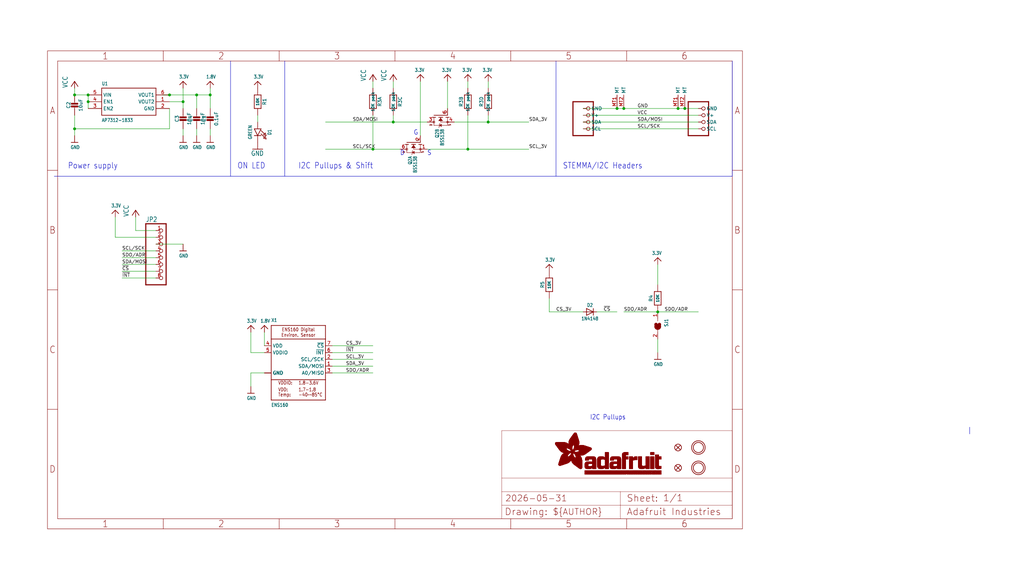
<source format=kicad_sch>
(kicad_sch (version 20230121) (generator eeschema)
  (paper "User" 383.616 217.322)
  (lib_symbols
    (symbol "working-eagle-import:1.8V" (power)
      (property "Value" "1.8V" (at -1.524 1.016 0))
      (symbol "1.8V_1_0"
        (pin power_in line (at 0 -2.54 90) (length 2.54) (name "1.8V") (number "1"))
      )
    )
    (symbol "working-eagle-import:3.3V" (power)
      (property "Value" "3.3V" (at -1.524 1.016 0))
      (symbol "3.3V_1_0"
        (pin power_in line (at 0 -2.54 90) (length 2.54) (name "3.3V") (number "1"))
      )
    )
    (symbol "working-eagle-import:CAP_CERAMIC0603_NO"
      (property "Reference" "C" (at -2.29 1.25 90))
      (symbol "CAP_CERAMIC0603_NO_1_0"
        (pin passive line (at 0 5.08 270) (length 2.54) (name "1") (number "1"))
        (pin passive line (at 0 -2.54 90) (length 2.54) (name "2") (number "2"))
      )
    )
    (symbol "working-eagle-import:CAP_CERAMIC0805-NOOUTLINE"
      (property "Reference" "C" (at -2.29 1.25 90))
      (symbol "CAP_CERAMIC0805-NOOUTLINE_1_0"
        (pin passive line (at 0 5.08 270) (length 2.54) (name "1") (number "1"))
        (pin passive line (at 0 -2.54 90) (length 2.54) (name "2") (number "2"))
      )
    )
    (symbol "working-eagle-import:DIODESOD-323"
      (property "Reference" "D" (at 0 2.54 0))
      (symbol "DIODESOD-323_1_0"
        (pin passive line (at -2.54 0 0) (length 2.54) (name "A") (number "A"))
        (pin passive line (at 2.54 0 180) (length 2.54) (name "C") (number "C"))
      )
    )
    (symbol "working-eagle-import:ENS160"
      (property "Reference" "X" (at -10.16 13.97 0))
      (symbol "ENS160_1_0"
        (text "-40~~85°C" (at 0 -13.97 0) (effects (font (size 1.27 1.0795)) (justify left bottom)))
        (text "1.7-1.8" (at 0 -12.065 0) (effects (font (size 1.27 1.0795)) (justify left bottom)))
        (text "1.8-3.6V" (at 0 -9.525 0) (effects (font (size 1.27 1.0795)) (justify left bottom)))
        (text "ENS160 Digital\nEnviron. Sensor" (at 0 10.16 0) (effects (font (size 1.27 1.0795))))
        (text "Temp:" (at -7.62 -13.97 0) (effects (font (size 1.27 1.0795)) (justify left bottom)))
        (text "VDD:" (at -7.62 -12.065 0) (effects (font (size 1.27 1.0795)) (justify left bottom)))
        (text "VDDIO:" (at -7.62 -9.525 0) (effects (font (size 1.27 1.0795)) (justify left bottom)))
        (pin input line (at 12.7 -2.54 180) (length 2.54) (name "SDA/MOSI") (number "1"))
        (pin input line (at 12.7 0 180) (length 2.54) (name "SCL/SCK") (number "2"))
        (pin output line (at 12.7 -5.08 180) (length 2.54) (name "A0/MISO") (number "3"))
        (pin power_in line (at -12.7 5.08 0) (length 2.54) (name "VDD") (number "4"))
        (pin power_in line (at -12.7 2.54 0) (length 2.54) (name "VDDIO") (number "5"))
        (pin output line (at 12.7 2.54 180) (length 2.54) (name "~{INT}") (number "6"))
        (pin input line (at 12.7 5.08 180) (length 2.54) (name "~{CS}") (number "7"))
        (pin power_in line (at -12.7 -5.08 0) (length 2.54) (name "GND") (number "8"))
        (pin power_in line (at -12.7 -5.08 0) (length 2.54) (name "GND") (number "9"))
      )
    )
    (symbol "working-eagle-import:FIDUCIAL_1MM")
    (symbol "working-eagle-import:FRAME_A4_ADAFRUIT"
      (symbol "FRAME_A4_ADAFRUIT_1_0"
        (text "${#}/${##}" (at 230.505 10.16 0) (effects (font (size 2.54 2.54)) (justify left bottom)))
        (text "${AUTHOR}" (at 189.23 5.08 0) (effects (font (size 2.286 2.286)) (justify left bottom)))
        (text "${CURRENT_DATE}" (at 171.45 10.16 0) (effects (font (size 2.286 2.286)) (justify left bottom)))
        (text "${PROJECTNAME}" (at 171.45 15.24 0) (effects (font (size 2.54 2.54)) (justify left bottom)))
        (text "1" (at 21.6958 1.905 0) (effects (font (size 2.54 2.286))))
        (text "1" (at 21.6958 177.165 0) (effects (font (size 2.54 2.286))))
        (text "2" (at 65.0875 1.905 0) (effects (font (size 2.54 2.286))))
        (text "2" (at 65.0875 177.165 0) (effects (font (size 2.54 2.286))))
        (text "3" (at 108.4792 1.905 0) (effects (font (size 2.54 2.286))))
        (text "3" (at 108.4792 177.165 0) (effects (font (size 2.54 2.286))))
        (text "4" (at 151.8708 1.905 0) (effects (font (size 2.54 2.286))))
        (text "4" (at 151.8708 177.165 0) (effects (font (size 2.54 2.286))))
        (text "5" (at 195.2625 1.905 0) (effects (font (size 2.54 2.286))))
        (text "5" (at 195.2625 177.165 0) (effects (font (size 2.54 2.286))))
        (text "6" (at 238.6542 1.905 0) (effects (font (size 2.54 2.286))))
        (text "6" (at 238.6542 177.165 0) (effects (font (size 2.54 2.286))))
        (text "A" (at 1.905 156.6863 0) (effects (font (size 2.54 2.286))))
        (text "A" (at 258.445 156.6863 0) (effects (font (size 2.54 2.286))))
        (text "Adafruit Industries" (at 216.916 4.953 0) (effects (font (size 2.54 2.54)) (justify left bottom)))
        (text "B" (at 1.905 111.9188 0) (effects (font (size 2.54 2.286))))
        (text "B" (at 258.445 111.9188 0) (effects (font (size 2.54 2.286))))
        (text "C" (at 1.905 67.1513 0) (effects (font (size 2.54 2.286))))
        (text "C" (at 258.445 67.1513 0) (effects (font (size 2.54 2.286))))
        (text "D" (at 1.905 22.3838 0) (effects (font (size 2.54 2.286))))
        (text "D" (at 258.445 22.3838 0) (effects (font (size 2.54 2.286))))
        (text "Drawing:" (at 171.196 4.953 0) (effects (font (size 2.54 2.54)) (justify left bottom)))
        (text "Sheet:" (at 216.916 10.033 0) (effects (font (size 2.54 2.54)) (justify left bottom)))
      )
    )
    (symbol "working-eagle-import:GND" (power)
      (property "Value" "GND" (at -1.524 -2.54 0))
      (symbol "GND_1_0"
        (pin power_in line (at 0 2.54 270) (length 2.54) (name "GND") (number "1"))
      )
    )
    (symbol "working-eagle-import:HEADER-1X870MIL"
      (property "Reference" "JP" (at -6.35 13.335 0))
      (symbol "HEADER-1X870MIL_1_0"
        (pin passive inverted (at -2.54 10.16 0) (length 2.54) (name "1") (number "1"))
        (pin passive inverted (at -2.54 7.62 0) (length 2.54) (name "2") (number "2"))
        (pin passive inverted (at -2.54 5.08 0) (length 2.54) (name "3") (number "3"))
        (pin passive inverted (at -2.54 2.54 0) (length 2.54) (name "4") (number "4"))
        (pin passive inverted (at -2.54 0 0) (length 2.54) (name "5") (number "5"))
        (pin passive inverted (at -2.54 -2.54 0) (length 2.54) (name "6") (number "6"))
        (pin passive inverted (at -2.54 -5.08 0) (length 2.54) (name "7") (number "7"))
        (pin passive inverted (at -2.54 -7.62 0) (length 2.54) (name "8") (number "8"))
      )
    )
    (symbol "working-eagle-import:LED0603_NOOUTLINE"
      (property "Reference" "D" (at -1.27 4.445 0))
      (symbol "LED0603_NOOUTLINE_1_0"
        (pin passive line (at -5.08 0 0) (length 2.54) (name "A") (number "A"))
        (pin passive line (at 2.54 0 180) (length 2.54) (name "C") (number "C"))
      )
    )
    (symbol "working-eagle-import:MOSFET-N_DUAL"
      (property "Reference" "Q" (at 5.08 0.635 0))
      (symbol "MOSFET-N_DUAL_1_0"
        (text "D" (at 3.175 3.175 0) (effects (font (size 0.8128 0.6908)) (justify left bottom)))
        (text "G" (at -1.27 -1.905 0) (effects (font (size 0.8128 0.6908)) (justify left bottom)))
        (text "S" (at 3.175 -3.81 0) (effects (font (size 0.8128 0.6908)) (justify left bottom)))
        (pin bidirectional line (at 2.54 -5.08 90) (length 2.54) (name "S") (number "1"))
        (pin bidirectional line (at -2.54 -2.54 0) (length 2.54) (name "G") (number "2"))
        (pin bidirectional line (at 2.54 5.08 270) (length 2.54) (name "D") (number "6"))
      )
      (symbol "MOSFET-N_DUAL_2_0"
        (text "D" (at 3.175 3.175 0) (effects (font (size 0.8128 0.6908)) (justify left bottom)))
        (text "G" (at -1.27 -1.905 0) (effects (font (size 0.8128 0.6908)) (justify left bottom)))
        (text "S" (at 3.175 -3.81 0) (effects (font (size 0.8128 0.6908)) (justify left bottom)))
        (pin bidirectional line (at 2.54 5.08 270) (length 2.54) (name "D") (number "3"))
        (pin bidirectional line (at 2.54 -5.08 90) (length 2.54) (name "S") (number "4"))
        (pin bidirectional line (at -2.54 -2.54 0) (length 2.54) (name "G") (number "5"))
      )
    )
    (symbol "working-eagle-import:MOUNTINGHOLE2.5")
    (symbol "working-eagle-import:RESISTOR_0603_NOOUT"
      (property "Reference" "R" (at 0 2.54 0))
      (symbol "RESISTOR_0603_NOOUT_1_0"
        (pin passive line (at -5.08 0 0) (length 2.54) (name "1") (number "1"))
        (pin passive line (at 5.08 0 180) (length 2.54) (name "2") (number "2"))
      )
    )
    (symbol "working-eagle-import:RESISTOR_4PACK"
      (property "Reference" "R" (at 0 2.54 0))
      (symbol "RESISTOR_4PACK_1_0"
        (pin passive line (at -5.08 0 0) (length 2.54) (name "1") (number "1"))
        (pin passive line (at 5.08 0 180) (length 2.54) (name "2") (number "8"))
      )
      (symbol "RESISTOR_4PACK_2_0"
        (pin passive line (at -5.08 0 0) (length 2.54) (name "1") (number "2"))
        (pin passive line (at 5.08 0 180) (length 2.54) (name "2") (number "7"))
      )
      (symbol "RESISTOR_4PACK_3_0"
        (pin passive line (at -5.08 0 0) (length 2.54) (name "1") (number "3"))
        (pin passive line (at 5.08 0 180) (length 2.54) (name "2") (number "6"))
      )
      (symbol "RESISTOR_4PACK_4_0"
        (pin passive line (at -5.08 0 0) (length 2.54) (name "1") (number "4"))
        (pin passive line (at 5.08 0 180) (length 2.54) (name "2") (number "5"))
      )
    )
    (symbol "working-eagle-import:SOLDERJUMPER"
      (property "Reference" "SJ" (at -2.54 2.54 0))
      (symbol "SOLDERJUMPER_1_0"
        (pin passive line (at -5.08 0 0) (length 2.54) (name "1") (number "1"))
        (pin passive line (at 5.08 0 180) (length 2.54) (name "2") (number "2"))
      )
    )
    (symbol "working-eagle-import:STEMMA_I2C_QT"
      (symbol "STEMMA_I2C_QT_1_0"
        (pin passive inverted (at 0 5.08 0) (length 2.54) (name "GND") (number "1"))
        (pin passive inverted (at 0 2.54 0) (length 2.54) (name "V+") (number "2"))
        (pin passive inverted (at 0 0 0) (length 2.54) (name "SDA") (number "3"))
        (pin passive inverted (at 0 -2.54 0) (length 2.54) (name "SCL") (number "4"))
      )
      (symbol "STEMMA_I2C_QT_2_0"
        (pin bidirectional line (at 0 0 0) (length 5.08) (name "MT") (number "MT1"))
      )
      (symbol "STEMMA_I2C_QT_3_0"
        (pin bidirectional line (at 0 0 0) (length 5.08) (name "MT") (number "MT2"))
      )
    )
    (symbol "working-eagle-import:VCC" (power)
      (property "Value" "VCC" (at -2.54 -2.54 90))
      (symbol "VCC_1_0"
        (pin power_in line (at 0 -2.54 90) (length 2.54) (name "VCC") (number "1"))
      )
    )
    (symbol "working-eagle-import:VREG_SOT23-6_DUALAP7312"
      (property "Reference" "U" (at -10.16 6.096 0))
      (symbol "VREG_SOT23-6_DUALAP7312_1_0"
        (pin bidirectional line (at 15.24 0 180) (length 5.08) (name "VOUT2") (number "1"))
        (pin bidirectional line (at 15.24 -2.54 180) (length 5.08) (name "GND") (number "2"))
        (pin bidirectional line (at -15.24 -2.54 0) (length 5.08) (name "EN2") (number "3"))
        (pin bidirectional line (at -15.24 0 0) (length 5.08) (name "EN1") (number "4"))
        (pin bidirectional line (at -15.24 2.54 0) (length 5.08) (name "VIN") (number "5"))
        (pin bidirectional line (at 15.24 2.54 180) (length 5.08) (name "VOUT1") (number "6"))
      )
    )
    (symbol "working-eagle-import:supply1_GND" (power)
      (property "Value" "supply1_GND" (at -2.54 -2.54 0))
      (symbol "supply1_GND_1_0"
        (pin power_in line (at 0 2.54 270) (length 2.54) (name "GND") (number "1"))
      )
    )
  )
  (junction (at 233.68 40.64))
  (junction (at 33.02 38.1))
  (junction (at 68.58 38.1))
  (junction (at 246.38 116.84))
  (junction (at 27.94 35.56))
  (junction (at 256.54 40.64))
  (junction (at 78.74 35.56))
  (junction (at 147.32 45.72))
  (junction (at 254 40.64))
  (junction (at 33.02 35.56))
  (junction (at 139.7 55.88))
  (junction (at 73.66 35.56))
  (junction (at 63.5 35.56))
  (junction (at 231.14 40.64))
  (junction (at 175.26 55.88))
  (junction (at 27.94 48.26))
  (junction (at 182.88 45.72))
  (wire (pts (xy 124.46 129.54) (xy 139.7 129.54)) (stroke (width 0.1524)))
  (wire (pts (xy 147.32 43.18) (xy 147.32 45.72)) (stroke (width 0.1524)))
  (wire (pts (xy 139.7 30.48) (xy 139.7 33.02)) (stroke (width 0.1524)))
  (wire (pts (xy 160.02 55.88) (xy 175.26 55.88)) (stroke (width 0.1524)))
  (wire (pts (xy 170.18 45.72) (xy 182.88 45.72)) (stroke (width 0.1524)))
  (polyline (pts (xy 106.68 66.04) (xy 208.28 66.04)) (stroke (width 0.1524) (type solid)))
  (wire (pts (xy 246.38 106.68) (xy 246.38 99.06)) (stroke (width 0.1524)))
  (wire (pts (xy 68.58 48.26) (xy 68.58 50.8)) (stroke (width 0.1524)))
  (wire (pts (xy 93.98 132.08) (xy 93.98 124.46)) (stroke (width 0.1524)))
  (wire (pts (xy 256.54 40.64) (xy 254 40.64)) (stroke (width 0.1524)))
  (polyline (pts (xy 274.32 22.86) (xy 274.32 66.04)) (stroke (width 0.1524) (type solid)))
  (wire (pts (xy 233.68 40.64) (xy 231.14 40.64)) (stroke (width 0.1524)))
  (wire (pts (xy 167.64 40.64) (xy 167.64 30.48)) (stroke (width 0.1524)))
  (wire (pts (xy 160.02 45.72) (xy 147.32 45.72)) (stroke (width 0.1524)))
  (wire (pts (xy 58.42 99.06) (xy 45.72 99.06)) (stroke (width 0.1524)))
  (wire (pts (xy 261.62 40.64) (xy 256.54 40.64)) (stroke (width 0.1524)))
  (wire (pts (xy 218.44 48.26) (xy 261.62 48.26)) (stroke (width 0.1524)))
  (wire (pts (xy 218.44 43.18) (xy 261.62 43.18)) (stroke (width 0.1524)))
  (wire (pts (xy 58.42 101.6) (xy 45.72 101.6)) (stroke (width 0.1524)))
  (polyline (pts (xy 86.36 66.04) (xy 106.68 66.04)) (stroke (width 0.1524) (type solid)))
  (wire (pts (xy 147.32 33.02) (xy 147.32 30.48)) (stroke (width 0.1524)))
  (wire (pts (xy 27.94 48.26) (xy 27.94 50.8)) (stroke (width 0.1524)))
  (wire (pts (xy 231.14 40.64) (xy 218.44 40.64)) (stroke (width 0.1524)))
  (wire (pts (xy 58.42 96.52) (xy 45.72 96.52)) (stroke (width 0.1524)))
  (wire (pts (xy 58.42 86.36) (xy 50.8 86.36)) (stroke (width 0.1524)))
  (wire (pts (xy 68.58 38.1) (xy 68.58 40.64)) (stroke (width 0.1524)))
  (polyline (pts (xy 363.22 162.56) (xy 363.22 160.02)) (stroke (width 0.1524) (type solid)))
  (polyline (pts (xy 106.68 22.86) (xy 106.68 66.04)) (stroke (width 0.1524) (type solid)))
  (wire (pts (xy 182.88 43.18) (xy 182.88 45.72)) (stroke (width 0.1524)))
  (wire (pts (xy 261.62 45.72) (xy 218.44 45.72)) (stroke (width 0.1524)))
  (wire (pts (xy 223.52 116.84) (xy 231.14 116.84)) (stroke (width 0.1524)))
  (wire (pts (xy 63.5 40.64) (xy 63.5 48.26)) (stroke (width 0.1524)))
  (wire (pts (xy 124.46 132.08) (xy 139.7 132.08)) (stroke (width 0.1524)))
  (wire (pts (xy 182.88 33.02) (xy 182.88 30.48)) (stroke (width 0.1524)))
  (wire (pts (xy 182.88 45.72) (xy 198.12 45.72)) (stroke (width 0.1524)))
  (wire (pts (xy 68.58 33.02) (xy 68.58 38.1)) (stroke (width 0.1524)))
  (wire (pts (xy 99.06 129.54) (xy 99.06 124.46)) (stroke (width 0.1524)))
  (wire (pts (xy 63.5 48.26) (xy 27.94 48.26)) (stroke (width 0.1524)))
  (wire (pts (xy 33.02 38.1) (xy 33.02 40.64)) (stroke (width 0.1524)))
  (wire (pts (xy 78.74 33.02) (xy 78.74 35.56)) (stroke (width 0.1524)))
  (wire (pts (xy 139.7 55.88) (xy 121.92 55.88)) (stroke (width 0.1524)))
  (wire (pts (xy 60.96 35.56) (xy 63.5 35.56)) (stroke (width 0.1524)))
  (wire (pts (xy 254 40.64) (xy 233.68 40.64)) (stroke (width 0.1524)))
  (wire (pts (xy 175.26 33.02) (xy 175.26 30.48)) (stroke (width 0.1524)))
  (wire (pts (xy 175.26 55.88) (xy 198.12 55.88)) (stroke (width 0.1524)))
  (wire (pts (xy 33.02 38.1) (xy 33.02 35.56)) (stroke (width 0.1524)))
  (wire (pts (xy 58.42 104.14) (xy 45.72 104.14)) (stroke (width 0.1524)))
  (polyline (pts (xy 208.28 66.04) (xy 274.32 66.04)) (stroke (width 0.1524) (type solid)))
  (wire (pts (xy 147.32 45.72) (xy 121.92 45.72)) (stroke (width 0.1524)))
  (wire (pts (xy 78.74 48.26) (xy 78.74 50.8)) (stroke (width 0.1524)))
  (wire (pts (xy 124.46 137.16) (xy 139.7 137.16)) (stroke (width 0.1524)))
  (wire (pts (xy 99.06 139.7) (xy 93.98 139.7)) (stroke (width 0.1524)))
  (wire (pts (xy 246.38 116.84) (xy 233.68 116.84)) (stroke (width 0.1524)))
  (wire (pts (xy 58.42 88.9) (xy 43.18 88.9)) (stroke (width 0.1524)))
  (wire (pts (xy 73.66 40.64) (xy 73.66 35.56)) (stroke (width 0.1524)))
  (wire (pts (xy 27.94 48.26) (xy 27.94 43.18)) (stroke (width 0.1524)))
  (wire (pts (xy 246.38 132.08) (xy 246.38 127)) (stroke (width 0.1524)))
  (polyline (pts (xy 86.36 22.86) (xy 86.36 66.04)) (stroke (width 0.1524) (type solid)))
  (wire (pts (xy 139.7 139.7) (xy 124.46 139.7)) (stroke (width 0.1524)))
  (wire (pts (xy 50.8 86.36) (xy 50.8 81.28)) (stroke (width 0.1524)))
  (wire (pts (xy 175.26 43.18) (xy 175.26 55.88)) (stroke (width 0.1524)))
  (wire (pts (xy 96.52 45.72) (xy 96.52 43.18)) (stroke (width 0.1524)))
  (wire (pts (xy 58.42 91.44) (xy 68.58 91.44)) (stroke (width 0.1524)))
  (polyline (pts (xy 20.32 66.04) (xy 86.36 66.04)) (stroke (width 0.1524) (type solid)))
  (wire (pts (xy 27.94 35.56) (xy 33.02 35.56)) (stroke (width 0.1524)))
  (wire (pts (xy 218.44 116.84) (xy 205.74 116.84)) (stroke (width 0.1524)))
  (polyline (pts (xy 208.28 22.86) (xy 208.28 66.04)) (stroke (width 0.1524) (type solid)))
  (wire (pts (xy 149.86 55.88) (xy 139.7 55.88)) (stroke (width 0.1524)))
  (wire (pts (xy 78.74 35.56) (xy 78.74 40.64)) (stroke (width 0.1524)))
  (wire (pts (xy 157.48 50.8) (xy 157.48 30.48)) (stroke (width 0.1524)))
  (wire (pts (xy 63.5 35.56) (xy 73.66 35.56)) (stroke (width 0.1524)))
  (wire (pts (xy 205.74 116.84) (xy 205.74 111.76)) (stroke (width 0.1524)))
  (wire (pts (xy 63.5 38.1) (xy 68.58 38.1)) (stroke (width 0.1524)))
  (wire (pts (xy 246.38 116.84) (xy 261.62 116.84)) (stroke (width 0.1524)))
  (wire (pts (xy 27.94 33.02) (xy 27.94 35.56)) (stroke (width 0.1524)))
  (wire (pts (xy 73.66 48.26) (xy 73.66 50.8)) (stroke (width 0.1524)))
  (wire (pts (xy 73.66 35.56) (xy 78.74 35.56)) (stroke (width 0.1524)))
  (wire (pts (xy 43.18 88.9) (xy 43.18 81.28)) (stroke (width 0.1524)))
  (wire (pts (xy 139.7 134.62) (xy 124.46 134.62)) (stroke (width 0.1524)))
  (wire (pts (xy 93.98 139.7) (xy 93.98 144.78)) (stroke (width 0.1524)))
  (wire (pts (xy 58.42 93.98) (xy 45.72 93.98)) (stroke (width 0.1524)))
  (wire (pts (xy 99.06 132.08) (xy 93.98 132.08)) (stroke (width 0.1524)))
  (wire (pts (xy 139.7 43.18) (xy 139.7 55.88)) (stroke (width 0.1524)))
  (text "I2C Pullups & Shift" (at 111.76 63.5 0) (effects (font (size 2.1844 1.8567)) (justify left bottom)))
  (text "I2C Pullups" (at 220.98 157.48 0) (effects (font (size 1.778 1.5113)) (justify left bottom)))
  (text "G" (at 154.94 50.8 0) (effects (font (size 1.778 1.5113)) (justify left bottom)))
  (text "Power supply" (at 25.4 63.5 0) (effects (font (size 2.1844 1.8567)) (justify left bottom)))
  (text "D" (at 149.86 58.42 0) (effects (font (size 1.778 1.5113)) (justify left bottom)))
  (text "ON LED" (at 88.9 63.5 0) (effects (font (size 2.1844 1.8567)) (justify left bottom)))
  (text "S" (at 160.02 58.42 0) (effects (font (size 1.778 1.5113)) (justify left bottom)))
  (text "STEMMA/I2C Headers" (at 210.82 63.5 0) (effects (font (size 2.1844 1.8567)) (justify left bottom)))
  (label "SDO/ADR" (at 248.92 116.84 0) (effects (font (size 1.2446 1.2446))))
  (label "SDA_3V" (at 129.54 137.16 0) (effects (font (size 1.2446 1.2446))))
  (label "GND" (at 238.76 40.64 0) (effects (font (size 1.2446 1.2446))))
  (label "CS_3V" (at 208.28 116.84 0) (effects (font (size 1.2446 1.2446))))
  (label "SDO/ADR" (at 233.68 116.84 0) (effects (font (size 1.2446 1.2446))))
  (label "SCL/SCK" (at 132.08 55.88 0) (effects (font (size 1.2446 1.2446))))
  (label "VCC" (at 238.76 43.18 0) (effects (font (size 1.2446 1.2446))))
  (label "SCL/SCK" (at 238.76 48.26 0) (effects (font (size 1.2446 1.2446))))
  (label "CS_3V" (at 129.54 129.54 0) (effects (font (size 1.2446 1.2446))))
  (label "~{CS}" (at 226.06 116.84 0) (effects (font (size 1.2446 1.2446))))
  (label "~{CS}" (at 45.72 101.6 0) (effects (font (size 1.2446 1.2446))))
  (label "SCL_3V" (at 129.54 134.62 0) (effects (font (size 1.2446 1.2446))))
  (label "SDO/ADR" (at 129.54 139.7 0) (effects (font (size 1.2446 1.2446))))
  (label "~{INT}" (at 129.54 132.08 0) (effects (font (size 1.2446 1.2446))))
  (label "SCL_3V" (at 198.12 55.88 0) (effects (font (size 1.2446 1.2446))))
  (label "~{INT}" (at 45.72 104.14 0) (effects (font (size 1.2446 1.2446))))
  (label "SDA_3V" (at 198.12 45.72 0) (effects (font (size 1.2446 1.2446))))
  (label "SDA/MOSI" (at 238.76 45.72 0) (effects (font (size 1.2446 1.2446))))
  (label "SDA/MOSI" (at 132.08 45.72 0) (effects (font (size 1.2446 1.2446))))
  (label "SDO/ADR" (at 45.72 96.52 0) (effects (font (size 1.2446 1.2446))))
  (label "SCL/SCK" (at 45.72 93.98 0) (effects (font (size 1.2446 1.2446))))
  (label "SDA/MOSI" (at 45.72 99.06 0) (effects (font (size 1.2446 1.2446))))
  (symbol (lib_id "working-eagle-import:GND") (at 93.98 147.32 0) (unit 1)
    (property "Reference" "#U$19" (effects hide))
    (property "Value" "GND" (at 92.456 149.86 0) (effects (font (size 1.27 1.0795)) (justify left bottom)))
  )
  (symbol (lib_id "working-eagle-import:1.8V") (at 78.74 30.48 0) (unit 1)
    (property "Reference" "#U$11" (effects hide))
    (property "Value" "1.8V" (at 77.216 29.464 0) (effects (font (size 1.27 1.0795)) (justify left bottom)))
  )
  (symbol (lib_id "working-eagle-import:MOSFET-N_DUAL") (at 165.1 43.18 90) (mirror x) (unit 2)
    (property "Reference" "Q2" (at 164.465 48.26 0) (effects (font (size 1.27 1.0795)) (justify left bottom)))
    (property "Value" "BSS138" (at 166.37 48.26 0) (effects (font (size 1.27 1.0795)) (justify left bottom)))
    (property "Footprint" "working:SOT363" (effects hide))
  )
  (symbol (lib_id "working-eagle-import:CAP_CERAMIC0805-NOOUTLINE") (at 68.58 45.72 0) (unit 1)
    (property "Reference" "C3" (at 66.29 44.47 90))
    (property "Value" "10uF" (at 70.88 44.47 90))
    (property "Footprint" "working:0805-NO" (effects hide))
  )
  (symbol (lib_id "working-eagle-import:STEMMA_I2C_QT") (at 233.68 40.64 90) (unit 3)
    (property "Reference" "CONN3" (effects hide))
    (property "Value" "STEMMA_I2C_QT" (effects hide))
    (property "Footprint" "working:JST_SH4" (effects hide))
  )
  (symbol (lib_id "working-eagle-import:STEMMA_I2C_QT") (at 256.54 40.64 90) (unit 3)
    (property "Reference" "CONN4" (effects hide))
    (property "Value" "STEMMA_I2C_QT" (effects hide))
    (property "Footprint" "working:JST_SH4" (effects hide))
  )
  (symbol (lib_id "working-eagle-import:MOUNTINGHOLE2.5") (at 261.62 167.64 0) (unit 1)
    (property "Reference" "U$17" (effects hide))
    (property "Value" "MOUNTINGHOLE2.5" (effects hide))
    (property "Footprint" "working:MOUNTINGHOLE_2.5_PLATED" (effects hide))
  )
  (symbol (lib_id "working-eagle-import:3.3V") (at 205.74 99.06 0) (unit 1)
    (property "Reference" "#U$42" (effects hide))
    (property "Value" "3.3V" (at 204.216 98.044 0) (effects (font (size 1.27 1.0795)) (justify left bottom)))
  )
  (symbol (lib_id "working-eagle-import:RESISTOR_0603_NOOUT") (at 96.52 38.1 270) (unit 1)
    (property "Reference" "R1" (at 99.06 38.1 0))
    (property "Value" "10K" (at 96.52 38.1 0) (effects (font (size 1.016 1.016) bold)))
    (property "Footprint" "working:0603-NO" (effects hide))
  )
  (symbol (lib_id "working-eagle-import:FIDUCIAL_1MM") (at 254 167.64 0) (unit 1)
    (property "Reference" "FID4" (effects hide))
    (property "Value" "FIDUCIAL_1MM" (effects hide))
    (property "Footprint" "working:FIDUCIAL_1MM" (effects hide))
  )
  (symbol (lib_id "working-eagle-import:GND") (at 68.58 93.98 0) (unit 1)
    (property "Reference" "#U$10" (effects hide))
    (property "Value" "GND" (at 67.056 96.52 0) (effects (font (size 1.27 1.0795)) (justify left bottom)))
  )
  (symbol (lib_id "working-eagle-import:GND") (at 68.58 53.34 0) (unit 1)
    (property "Reference" "#U$5" (effects hide))
    (property "Value" "GND" (at 67.056 55.88 0) (effects (font (size 1.27 1.0795)) (justify left bottom)))
  )
  (symbol (lib_id "working-eagle-import:MOSFET-N_DUAL") (at 154.94 53.34 90) (mirror x) (unit 1)
    (property "Reference" "Q2" (at 154.305 58.42 0) (effects (font (size 1.27 1.0795)) (justify left bottom)))
    (property "Value" "BSS138" (at 156.21 58.42 0) (effects (font (size 1.27 1.0795)) (justify left bottom)))
    (property "Footprint" "working:SOT363" (effects hide))
  )
  (symbol (lib_id "working-eagle-import:3.3V") (at 175.26 27.94 0) (mirror y) (unit 1)
    (property "Reference" "#U$24" (effects hide))
    (property "Value" "3.3V" (at 176.784 26.924 0) (effects (font (size 1.27 1.0795)) (justify left bottom)))
  )
  (symbol (lib_id "working-eagle-import:SOLDERJUMPER") (at 246.38 121.92 270) (unit 1)
    (property "Reference" "SJ1" (at 248.92 119.38 0) (effects (font (size 1.27 1.0795)) (justify left bottom)))
    (property "Value" "SOLDERJUMPER" (effects hide))
    (property "Footprint" "working:SOLDERJUMPER_ARROW_NOPASTE" (effects hide))
  )
  (symbol (lib_id "working-eagle-import:CAP_CERAMIC0805-NOOUTLINE") (at 73.66 45.72 0) (unit 1)
    (property "Reference" "C4" (at 71.37 44.47 90))
    (property "Value" "10uF" (at 75.96 44.47 90))
    (property "Footprint" "working:0805-NO" (effects hide))
  )
  (symbol (lib_id "working-eagle-import:RESISTOR_4PACK") (at 182.88 38.1 90) (mirror x) (unit 4)
    (property "Reference" "R3" (at 180.34 38.1 0))
    (property "Value" "10K pack" (at 182.88 38.1 0) (effects (font (size 1.016 1.016) bold)))
    (property "Footprint" "working:RESPACK_4X0603" (effects hide))
  )
  (symbol (lib_id "working-eagle-import:STEMMA_I2C_QT") (at 231.14 40.64 90) (unit 2)
    (property "Reference" "CONN3" (effects hide))
    (property "Value" "STEMMA_I2C_QT" (effects hide))
    (property "Footprint" "working:JST_SH4" (effects hide))
  )
  (symbol (lib_id "working-eagle-import:VCC") (at 139.7 27.94 0) (unit 1)
    (property "Reference" "#P+1" (effects hide))
    (property "Value" "VCC" (at 137.16 30.48 90) (effects (font (size 1.778 1.5113)) (justify left bottom)))
  )
  (symbol (lib_id "working-eagle-import:RESISTOR_4PACK") (at 139.7 38.1 270) (unit 1)
    (property "Reference" "R3" (at 142.24 38.1 0))
    (property "Value" "10K pack" (at 139.7 38.1 0) (effects (font (size 1.016 1.016) bold)))
    (property "Footprint" "working:RESPACK_4X0603" (effects hide))
  )
  (symbol (lib_id "working-eagle-import:FIDUCIAL_1MM") (at 254 175.26 0) (unit 1)
    (property "Reference" "FID3" (effects hide))
    (property "Value" "FIDUCIAL_1MM" (effects hide))
    (property "Footprint" "working:FIDUCIAL_1MM" (effects hide))
  )
  (symbol (lib_id "working-eagle-import:RESISTOR_0603_NOOUT") (at 246.38 111.76 90) (unit 1)
    (property "Reference" "R4" (at 243.84 111.76 0))
    (property "Value" "10K" (at 246.38 111.76 0) (effects (font (size 1.016 1.016) bold)))
    (property "Footprint" "working:0603-NO" (effects hide))
  )
  (symbol (lib_id "working-eagle-import:GND") (at 27.94 53.34 0) (unit 1)
    (property "Reference" "#U$13" (effects hide))
    (property "Value" "GND" (at 26.416 55.88 0) (effects (font (size 1.27 1.0795)) (justify left bottom)))
  )
  (symbol (lib_id "working-eagle-import:GND") (at 73.66 53.34 0) (unit 1)
    (property "Reference" "#U$2" (effects hide))
    (property "Value" "GND" (at 72.136 55.88 0) (effects (font (size 1.27 1.0795)) (justify left bottom)))
  )
  (symbol (lib_id "working-eagle-import:supply1_GND") (at 96.52 55.88 0) (unit 1)
    (property "Reference" "#GND6" (effects hide))
    (property "Value" "GND" (at 93.98 58.42 0) (effects (font (size 1.778 1.5113)) (justify left bottom)))
  )
  (symbol (lib_id "working-eagle-import:3.3V") (at 93.98 121.92 0) (unit 1)
    (property "Reference" "#U$12" (effects hide))
    (property "Value" "3.3V" (at 92.456 120.904 0) (effects (font (size 1.27 1.0795)) (justify left bottom)))
  )
  (symbol (lib_id "working-eagle-import:RESISTOR_4PACK") (at 175.26 38.1 90) (mirror x) (unit 2)
    (property "Reference" "R3" (at 172.72 38.1 0))
    (property "Value" "10K pack" (at 175.26 38.1 0) (effects (font (size 1.016 1.016) bold)))
    (property "Footprint" "working:RESPACK_4X0603" (effects hide))
  )
  (symbol (lib_id "working-eagle-import:3.3V") (at 68.58 30.48 0) (unit 1)
    (property "Reference" "#U$15" (effects hide))
    (property "Value" "3.3V" (at 67.056 29.464 0) (effects (font (size 1.27 1.0795)) (justify left bottom)))
  )
  (symbol (lib_id "working-eagle-import:3.3V") (at 246.38 96.52 0) (mirror y) (unit 1)
    (property "Reference" "#U$8" (effects hide))
    (property "Value" "3.3V" (at 247.904 95.504 0) (effects (font (size 1.27 1.0795)) (justify left bottom)))
  )
  (symbol (lib_id "working-eagle-import:3.3V") (at 96.52 30.48 0) (unit 1)
    (property "Reference" "#U$3" (effects hide))
    (property "Value" "3.3V" (at 94.996 29.464 0) (effects (font (size 1.27 1.0795)) (justify left bottom)))
  )
  (symbol (lib_id "working-eagle-import:HEADER-1X870MIL") (at 60.96 96.52 0) (unit 1)
    (property "Reference" "JP2" (at 54.61 83.185 0) (effects (font (size 1.778 1.5113)) (justify left bottom)))
    (property "Value" "HEADER-1X870MIL" (effects hide))
    (property "Footprint" "working:1X08_ROUND_70" (effects hide))
  )
  (symbol (lib_id "working-eagle-import:VREG_SOT23-6_DUALAP7312") (at 48.26 38.1 0) (unit 1)
    (property "Reference" "U1" (at 38.1 32.004 0) (effects (font (size 1.27 1.0795)) (justify left bottom)))
    (property "Value" "AP7312-1833" (at 38.1 45.72 0) (effects (font (size 1.27 1.0795)) (justify left bottom)))
    (property "Footprint" "working:SOT23-6" (effects hide))
  )
  (symbol (lib_id "working-eagle-import:3.3V") (at 43.18 78.74 0) (unit 1)
    (property "Reference" "#U$16" (effects hide))
    (property "Value" "3.3V" (at 41.656 77.724 0) (effects (font (size 1.27 1.0795)) (justify left bottom)))
  )
  (symbol (lib_id "working-eagle-import:3.3V") (at 167.64 27.94 0) (mirror y) (unit 1)
    (property "Reference" "#U$23" (effects hide))
    (property "Value" "3.3V" (at 169.164 26.924 0) (effects (font (size 1.27 1.0795)) (justify left bottom)))
  )
  (symbol (lib_id "working-eagle-import:VCC") (at 50.8 78.74 0) (unit 1)
    (property "Reference" "#P+4" (effects hide))
    (property "Value" "VCC" (at 48.26 81.28 90) (effects (font (size 1.778 1.5113)) (justify left bottom)))
  )
  (symbol (lib_id "working-eagle-import:GND") (at 78.74 53.34 0) (unit 1)
    (property "Reference" "#U$6" (effects hide))
    (property "Value" "GND" (at 77.216 55.88 0) (effects (font (size 1.27 1.0795)) (justify left bottom)))
  )
  (symbol (lib_id "working-eagle-import:ENS160") (at 111.76 134.62 0) (unit 1)
    (property "Reference" "X1" (at 101.6 120.65 0) (effects (font (size 1.27 1.0795)) (justify left bottom)))
    (property "Value" "ENS160" (at 101.6 152.4 0) (effects (font (size 1.27 1.0795)) (justify left bottom)))
    (property "Footprint" "working:ENS160" (effects hide))
  )
  (symbol (lib_id "working-eagle-import:3.3V") (at 157.48 27.94 0) (mirror y) (unit 1)
    (property "Reference" "#U$26" (effects hide))
    (property "Value" "3.3V" (at 159.004 26.924 0) (effects (font (size 1.27 1.0795)) (justify left bottom)))
  )
  (symbol (lib_id "working-eagle-import:STEMMA_I2C_QT") (at 261.62 45.72 0) (unit 1)
    (property "Reference" "CONN4" (effects hide))
    (property "Value" "STEMMA_I2C_QT" (effects hide))
    (property "Footprint" "working:JST_SH4" (effects hide))
  )
  (symbol (lib_id "working-eagle-import:DIODESOD-323") (at 220.98 116.84 0) (unit 1)
    (property "Reference" "D2" (at 220.98 114.3 0) (effects (font (size 1.27 1.0795))))
    (property "Value" "1N4148" (at 220.98 119.34 0) (effects (font (size 1.27 1.0795))))
    (property "Footprint" "working:SOD-323" (effects hide))
  )
  (symbol (lib_id "working-eagle-import:STEMMA_I2C_QT") (at 254 40.64 90) (unit 2)
    (property "Reference" "CONN4" (effects hide))
    (property "Value" "STEMMA_I2C_QT" (effects hide))
    (property "Footprint" "working:JST_SH4" (effects hide))
  )
  (symbol (lib_id "working-eagle-import:RESISTOR_4PACK") (at 147.32 38.1 270) (unit 3)
    (property "Reference" "R3" (at 149.86 38.1 0))
    (property "Value" "10K pack" (at 147.32 38.1 0) (effects (font (size 1.016 1.016) bold)))
    (property "Footprint" "working:RESPACK_4X0603" (effects hide))
  )
  (symbol (lib_id "working-eagle-import:CAP_CERAMIC0603_NO") (at 78.74 45.72 0) (unit 1)
    (property "Reference" "C1" (at 76.45 44.47 90))
    (property "Value" "0.1uF" (at 81.04 44.47 90))
    (property "Footprint" "working:0603-NO" (effects hide))
  )
  (symbol (lib_id "working-eagle-import:LED0603_NOOUTLINE") (at 96.52 50.8 270) (unit 1)
    (property "Reference" "D1" (at 100.965 49.53 0) (effects (font (size 1.27 1.0795))))
    (property "Value" "GREEN" (at 93.726 49.53 0) (effects (font (size 1.27 1.0795))))
    (property "Footprint" "working:CHIPLED_0603_NOOUTLINE" (effects hide))
  )
  (symbol (lib_id "working-eagle-import:MOUNTINGHOLE2.5") (at 261.62 175.26 0) (unit 1)
    (property "Reference" "U$1" (effects hide))
    (property "Value" "MOUNTINGHOLE2.5" (effects hide))
    (property "Footprint" "working:MOUNTINGHOLE_2.5_PLATED" (effects hide))
  )
  (symbol (lib_id "working-eagle-import:VCC") (at 147.32 27.94 0) (unit 1)
    (property "Reference" "#P+2" (effects hide))
    (property "Value" "VCC" (at 144.78 30.48 90) (effects (font (size 1.778 1.5113)) (justify left bottom)))
  )
  (symbol (lib_id "working-eagle-import:GND") (at 246.38 134.62 0) (unit 1)
    (property "Reference" "#U$9" (effects hide))
    (property "Value" "GND" (at 244.856 137.16 0) (effects (font (size 1.27 1.0795)) (justify left bottom)))
  )
  (symbol (lib_id "working-eagle-import:RESISTOR_0603_NOOUT") (at 205.74 106.68 90) (unit 1)
    (property "Reference" "R5" (at 203.2 106.68 0))
    (property "Value" "10K" (at 205.74 106.68 0) (effects (font (size 1.016 1.016) bold)))
    (property "Footprint" "working:0603-NO" (effects hide))
  )
  (symbol (lib_id "working-eagle-import:STEMMA_I2C_QT") (at 218.44 45.72 0) (unit 1)
    (property "Reference" "CONN3" (effects hide))
    (property "Value" "STEMMA_I2C_QT" (effects hide))
    (property "Footprint" "working:JST_SH4" (effects hide))
  )
  (symbol (lib_id "working-eagle-import:VCC") (at 27.94 30.48 0) (unit 1)
    (property "Reference" "#P+3" (effects hide))
    (property "Value" "VCC" (at 25.4 33.02 90) (effects (font (size 1.778 1.5113)) (justify left bottom)))
  )
  (symbol (lib_id "working-eagle-import:1.8V") (at 99.06 121.92 0) (unit 1)
    (property "Reference" "#U$14" (effects hide))
    (property "Value" "1.8V" (at 97.536 120.904 0) (effects (font (size 1.27 1.0795)) (justify left bottom)))
  )
  (symbol (lib_id "working-eagle-import:FRAME_A4_ADAFRUIT") (at 17.78 198.12 0) (unit 1)
    (property "Reference" "#U$18" (effects hide))
    (property "Value" "FRAME_A4_ADAFRUIT" (effects hide))
  )
  (symbol (lib_id "working-eagle-import:3.3V") (at 182.88 27.94 0) (mirror y) (unit 1)
    (property "Reference" "#U$7" (effects hide))
    (property "Value" "3.3V" (at 184.404 26.924 0) (effects (font (size 1.27 1.0795)) (justify left bottom)))
  )
  (symbol (lib_id "working-eagle-import:CAP_CERAMIC0805-NOOUTLINE") (at 27.94 40.64 0) (unit 1)
    (property "Reference" "C2" (at 25.65 39.39 90))
    (property "Value" "10uF" (at 30.24 39.39 90))
    (property "Footprint" "working:0805-NO" (effects hide))
  )
)
</source>
